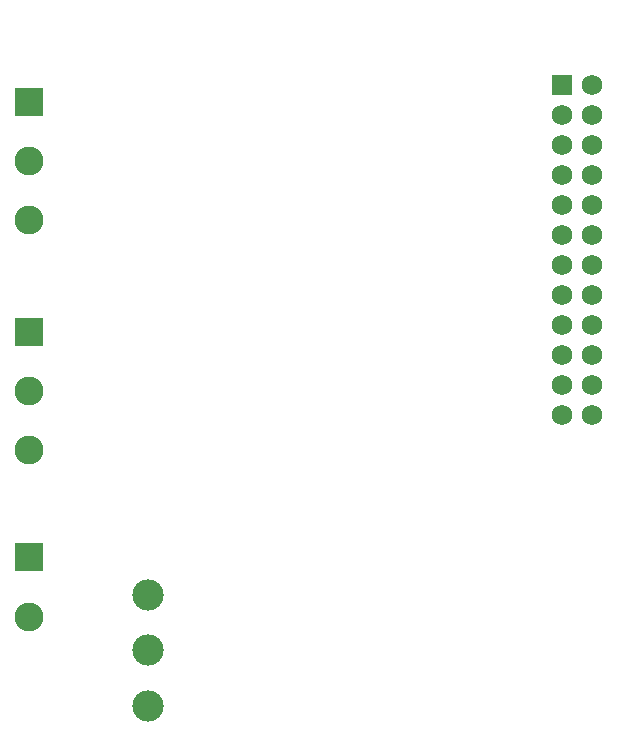
<source format=gbs>
G04*
G04 #@! TF.GenerationSoftware,Altium Limited,Altium Designer,21.5.1 (32)*
G04*
G04 Layer_Color=16711935*
%FSLAX25Y25*%
%MOIN*%
G70*
G04*
G04 #@! TF.SameCoordinates,690A18C4-EA90-4F08-A22E-A0273F3C1D78*
G04*
G04*
G04 #@! TF.FilePolarity,Negative*
G04*
G01*
G75*
%ADD57C,0.10443*%
%ADD58R,0.06899X0.06899*%
%ADD59C,0.06899*%
%ADD60C,0.00600*%
%ADD61R,0.09655X0.09655*%
%ADD62C,0.09655*%
D57*
X36500Y34004D02*
D03*
Y15500D02*
D03*
Y-3004D02*
D03*
D58*
X174500Y204000D02*
D03*
D59*
X184500D02*
D03*
X174500Y194000D02*
D03*
X184500D02*
D03*
X174500Y184000D02*
D03*
X184500D02*
D03*
X174500Y174000D02*
D03*
X184500D02*
D03*
X174500Y164000D02*
D03*
X184500D02*
D03*
X174500Y154000D02*
D03*
X184500D02*
D03*
X174500Y144000D02*
D03*
X184500D02*
D03*
X174500Y134000D02*
D03*
X184500D02*
D03*
X174500Y124000D02*
D03*
X184500D02*
D03*
X174500Y114000D02*
D03*
X184500D02*
D03*
X174500Y104000D02*
D03*
X184500D02*
D03*
X174500Y94000D02*
D03*
X184500D02*
D03*
D60*
X179000Y0D02*
D03*
X0Y226000D02*
D03*
X179000D02*
D03*
X0Y0D02*
D03*
D61*
X-3000Y121500D02*
D03*
Y198370D02*
D03*
Y46500D02*
D03*
D62*
Y101815D02*
D03*
Y82130D02*
D03*
Y178685D02*
D03*
Y159000D02*
D03*
Y26500D02*
D03*
M02*

</source>
